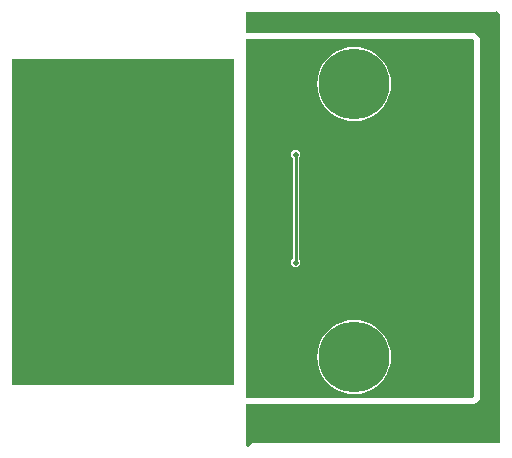
<source format=gbl>
%FSLAX23Y23*%
%MOIN*%
G70*
G01*
G75*
G04 Layer_Physical_Order=2*
G04 Layer_Color=16711680*
%ADD10O,0.022X0.039*%
%ADD11R,0.022X0.039*%
%ADD12R,0.118X0.039*%
%ADD13R,0.118X0.059*%
%ADD14R,0.024X0.020*%
%ADD15R,0.050X0.050*%
%ADD16C,0.010*%
%ADD17C,0.005*%
%ADD18R,0.740X1.090*%
%ADD19C,0.020*%
%ADD20C,0.050*%
%ADD21C,0.039*%
%ADD22C,0.236*%
G36*
X1595Y1206D02*
Y19D01*
X1591Y15D01*
X835D01*
Y1210D01*
X1591D01*
X1595Y1206D01*
D02*
G37*
G36*
X1680Y1295D02*
Y-135D01*
X855D01*
X840Y-150D01*
X835Y-148D01*
Y-5D01*
X1595D01*
X1599Y-4D01*
X1602Y-2D01*
X1612Y8D01*
X1614Y11D01*
X1615Y15D01*
Y1210D01*
X1614Y1214D01*
X1612Y1217D01*
X1602Y1227D01*
X1599Y1229D01*
X1595Y1230D01*
X835D01*
Y1300D01*
X1665D01*
X1670Y1305D01*
X1680Y1295D01*
D02*
G37*
%LPC*%
G36*
X1195Y273D02*
X1176Y272D01*
X1157Y267D01*
X1139Y260D01*
X1122Y250D01*
X1108Y237D01*
X1095Y223D01*
X1085Y206D01*
X1078Y188D01*
X1073Y169D01*
X1072Y150D01*
X1073Y131D01*
X1078Y112D01*
X1085Y94D01*
X1095Y77D01*
X1108Y63D01*
X1122Y50D01*
X1139Y40D01*
X1157Y33D01*
X1176Y28D01*
X1195Y27D01*
X1214Y28D01*
X1233Y33D01*
X1251Y40D01*
X1268Y50D01*
X1282Y63D01*
X1295Y77D01*
X1305Y94D01*
X1312Y112D01*
X1317Y131D01*
X1318Y150D01*
X1317Y169D01*
X1312Y188D01*
X1305Y206D01*
X1295Y223D01*
X1282Y237D01*
X1268Y250D01*
X1251Y260D01*
X1233Y267D01*
X1214Y272D01*
X1195Y273D01*
D02*
G37*
G36*
Y1183D02*
X1176Y1182D01*
X1157Y1177D01*
X1139Y1170D01*
X1122Y1160D01*
X1108Y1147D01*
X1095Y1133D01*
X1085Y1116D01*
X1078Y1098D01*
X1073Y1079D01*
X1072Y1060D01*
X1073Y1041D01*
X1078Y1022D01*
X1085Y1004D01*
X1095Y987D01*
X1108Y973D01*
X1122Y960D01*
X1139Y950D01*
X1157Y943D01*
X1176Y938D01*
X1195Y937D01*
X1214Y938D01*
X1233Y943D01*
X1251Y950D01*
X1268Y960D01*
X1282Y973D01*
X1295Y987D01*
X1305Y1004D01*
X1312Y1022D01*
X1317Y1041D01*
X1318Y1060D01*
X1317Y1079D01*
X1312Y1098D01*
X1305Y1116D01*
X1295Y1133D01*
X1282Y1147D01*
X1268Y1160D01*
X1251Y1170D01*
X1233Y1177D01*
X1214Y1182D01*
X1195Y1183D01*
D02*
G37*
G36*
X1000Y840D02*
X994Y839D01*
X989Y836D01*
X986Y831D01*
X985Y825D01*
X986Y819D01*
X989Y814D01*
X990Y814D01*
Y476D01*
X989Y476D01*
X986Y471D01*
X985Y465D01*
X986Y459D01*
X989Y454D01*
X994Y451D01*
X1000Y450D01*
X1006Y451D01*
X1011Y454D01*
X1014Y459D01*
X1015Y465D01*
X1014Y471D01*
X1011Y476D01*
X1010Y476D01*
Y814D01*
X1011Y814D01*
X1014Y819D01*
X1015Y825D01*
X1014Y831D01*
X1011Y836D01*
X1006Y839D01*
X1000Y840D01*
D02*
G37*
%LPD*%
D16*
Y465D02*
Y825D01*
D18*
X425Y600D02*
D03*
D19*
X1000Y825D02*
D03*
Y465D02*
D03*
D20*
X605Y135D02*
D03*
Y1035D02*
D03*
D21*
X1132Y1123D02*
D03*
X1258D02*
D03*
X1195Y1149D02*
D03*
X1106Y1060D02*
D03*
X1132Y997D02*
D03*
X1195Y971D02*
D03*
X1258Y997D02*
D03*
X1284Y1060D02*
D03*
X1132Y213D02*
D03*
X1258D02*
D03*
X1195Y239D02*
D03*
X1106Y150D02*
D03*
X1132Y87D02*
D03*
X1195Y61D02*
D03*
X1258Y87D02*
D03*
X1284Y150D02*
D03*
D22*
X1195Y1060D02*
D03*
Y150D02*
D03*
M02*

</source>
